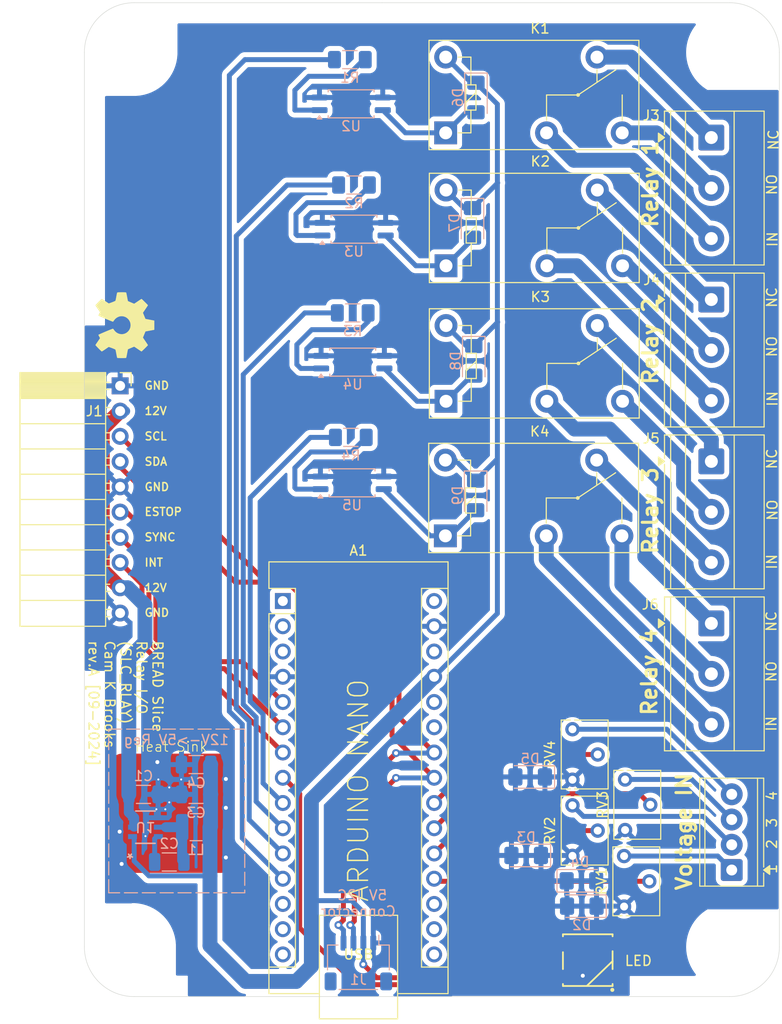
<source format=kicad_pcb>
(kicad_pcb (version 20241229) (generator "pcbnew") (generator_version "9.0")
  (layers (0 "F.Cu" signal) (2 "B.Cu" signal) (13 "F.Paste" user) (15 "B.Paste" user) (5 "F.SilkS" user "F.Silkscreen") (7 "B.SilkS" user "B.Silkscreen") (1 "F.Mask" user) (3 "B.Mask" user) (25 "Edge.Cuts" user))
  (net 0 "")
  (net 3 "GND")
  (net 5 "+5V")
  (net 6 "/LED")
  (net 7 "/I2C_CLK")
  (net 8 "/A_IN1")
  (net 9 "/I2C_DAT")
  (net 10 "/A_IN2")
  (net 11 "/SYNC")
  (net 13 "/E_STOP")
  (net 15 "/A_IN3")
  (net 16 "/SW3")
  (net 20 "+12V")
  (net 21 "/INT")
  (net 22 "/SW1")
  (net 23 "/SW2")
  (net 26 "unconnected-(A1-D12-Pad15)")
  (net 28 "/SW4")
  (net 29 "/A_IN4")
  (net 30 "Net-(U1-SW)")
  (net 31 "Net-(U1-BST)")
  (net 32 "unconnected-(A1-VIN-Pad30)")
  (net 34 "Net-(D6-A)")
  (net 35 "Net-(D7-A)")
  (net 36 "Net-(D8-A)")
  (net 37 "Net-(D9-A)")
  (net 38 "/F_1")
  (net 39 "/F_4")
  (net 40 "/F_2")
  (net 41 "/F_3")
  (net 42 "/Relay1/NC")
  (net 43 "/Relay1/NO")
  (net 44 "/Relay1/IN")
  (net 45 "/Relay2/IN")
  (net 46 "/Relay2/NC")
  (net 47 "/Relay2/NO")
  (net 48 "/Relay3/IN")
  (net 49 "/Relay3/NO")
  (net 50 "/Relay3/NC")
  (net 51 "/Relay4/NC")
  (net 52 "/Relay4/IN")
  (net 53 "/Relay4/NO")
  (net 54 "Net-(R1-Pad2)")
  (net 55 "Net-(R2-Pad2)")
  (net 56 "Net-(R3-Pad2)")
  (net 57 "Net-(R4-Pad2)")
  (footprint "MountingHole:MountingHole_5mm" (layer "F.Cu") (at 127.6 44.8)
    (property "Reference" "H1" (hide yes))
    (property "Value" "MountingHole")
  )
  (footprint "MountingHole:MountingHole_5mm" (layer "F.Cu") (at 187.6 44.8)
    (property "Reference" "H3" (hide yes))
    (property "Value" "MountingHole")
  )
  (footprint "MountingHole:MountingHole_5mm" (layer "F.Cu") (at 127.6 134.8)
    (property "Reference" "H2" (hide yes))
    (property "Value" "MountingHole")
  )
  (footprint "MountingHole:MountingHole_5mm" (layer "F.Cu") (at 187.6 134.8)
    (property "Reference" "H4" (hide yes))
    (property "Value" "MountingHole")
  )
  (footprint "KMLib_Boards_Modules:Arduino_Nano" (layer "F.Cu") (at 142.588 100)
    (property "Reference" "A1")
    (property "Value" "Arduino_Nano_v3.x")
  )
  (footprint "Connector_PinSocket_2.54mm:PinSocket_1x10_P2.54mm_Horizontal" (layer "F.Cu") (at 126.2 78.35)
    (property "Reference" "J1")
    (property "Value" "Conn_01x10_Female")
  )
  (footprint "Symbol:OSHW-Symbol_6.7x6mm_SilkScreen" (layer "F.Cu") (at 126.664 72.236 -90)
    (property "Reference" "Logo1" (hide yes))
    (property "Value" "Logo_Open_Hardware_Small" (hide yes))
  )
  (footprint "KMLib_Mounting:Thermal Pad" (layer "F.Cu") (at 131.35 121.355)
    (property "Reference" "HS1")
    (property "Value" "Heatsink_Pad")
  )
  (footprint "TerminalBlock_Phoenix:TerminalBlock_Phoenix_MKDS-1,5-3-5.08_1x03_P5.08mm_Horizontal" (layer "F.Cu") (at 185.75 85.95 -90)
    (property "Reference" "J5")
    (property "Value" "Screw_Terminal_01x03")
  )
  (footprint "TerminalBlock_Phoenix:TerminalBlock_Phoenix_MPT-0,5-4-2.54_1x04_P2.54mm_Horizontal" (layer "F.Cu") (at 187.8 127.065 90)
    (property "Reference" "J2")
    (property "Value" "Screw_Terminal_01x04")
  )
  (footprint "TerminalBlock_Phoenix:TerminalBlock_Phoenix_MKDS-1,5-3-5.08_1x03_P5.08mm_Horizontal" (layer "F.Cu") (at 185.75 102.25 -90)
    (property "Reference" "J6")
    (property "Value" "Screw_Terminal_01x03")
  )
  (footprint "Potentiometer_THT:Potentiometer_Bourns_3266W_Vertical" (layer "F.Cu") (at 177.06 117.96 90)
    (property "Reference" "RV3")
    (property "Value" "10k")
  )
  (footprint "Relay_THT:Relay_SPDT_Omron-G5Q-1" (layer "F.Cu") (at 158.99 52.892)
    (property "Reference" "K1")
    (property "Value" "G5Q-1")
  )
  (footprint "Relay_THT:Relay_SPDT_Omron-G5Q-1" (layer "F.Cu") (at 158.96 93.44)
    (property "Reference" "K4")
    (property "Value" "G5Q-1")
  )
  (footprint "TerminalBlock_Phoenix:TerminalBlock_Phoenix_MKDS-1,5-3-5.08_1x03_P5.08mm_Horizontal" (layer "F.Cu") (at 185.745 53.365 -90)
    (property "Reference" "J3")
    (property "Value" "Screw_Terminal_01x03")
  )
  (footprint "Relay_THT:Relay_SPDT_Omron-G5Q-1" (layer "F.Cu") (at 159.025 66.268)
    (property "Reference" "K2")
    (property "Value" "G5Q-1")
  )
  (footprint "KMLib_IC_SMD:WS2812-5050-4PIN" (layer "F.Cu") (at 173.3 136.132769)
    (property "Reference" "D1")
    (property "Value" "WS2812B_5050")
  )
  (footprint "Potentiometer_THT:Potentiometer_Bourns_3266W_Vertical" (layer "F.Cu") (at 171.76 120.56 90)
    (property "Reference" "RV2")
    (property "Value" "10k")
  )
  (footprint "Potentiometer_THT:Potentiometer_Bourns_3266W_Vertical" (layer "F.Cu") (at 171.76 112.9 90)
    (property "Reference" "RV4")
    (property "Value" "10k")
  )
  (footprint "Relay_THT:Relay_SPDT_Omron-G5Q-1" (layer "F.Cu") (at 159.025 79.9)
    (property "Reference" "K3")
    (property "Value" "G5Q-1")
  )
  (footprint "TerminalBlock_Phoenix:TerminalBlock_Phoenix_MKDS-1,5-3-5.08_1x03_P5.08mm_Horizontal" (layer "F.Cu") (at 185.745 69.665 -90)
    (property "Reference" "J4")
    (property "Value" "Screw_Terminal_01x03")
  )
  (footprint "Potentiometer_THT:Potentiometer_Bourns_3266W_Vertical" (layer "F.Cu") (at 176.96 125.66 90)
    (property "Reference" "RV1")
    (property "Value" "10k")
  )
  (footprint "Diode_SMD:D_1206_3216Metric_Pad1.42x1.75mm_HandSolder" (layer "B.Cu") (at 167.5 117.7 180)
    (property "Reference" "D5")
    (property "Value" "D_Zener")
  )
  (footprint "Package_SO:SOP-4_4.4x2.6mm_P1.27mm" (layer "B.Cu") (at 149.754 62.585)
    (property "Reference" "U3")
    (property "Value" "TCMT1100")
  )
  (footprint "Diode_SMD:D_1206_3216Metric_Pad1.42x1.75mm_HandSolder" (layer "B.Cu") (at 172.7 130.7 180)
    (property "Reference" "D2")
    (property "Value" "D_Zener")
  )
  (footprint "Package_SO:SOP-4_4.4x2.6mm_P1.27mm" (layer "B.Cu") (at 149.627 75.963)
    (property "Reference" "U4")
    (property "Value" "TCMT1100")
  )
  (footprint "Connector_JST:JST_SH_SM04B-SRSS-TB_1x04-1MP_P1.00mm_Horizontal" (layer "B.Cu") (at 150.198 136.4 180)
    (property "Reference" "J1")
    (property "Value" "I2C_01x04")
  )
  (footprint "Package_SO:SOP-4_4.4x2.6mm_P1.27mm" (layer "B.Cu") (at 149.465 49.971)
    (property "Reference" "U2")
    (property "Value" "TCMT1100")
  )
  (footprint "Capacitor_SMD:C_1206_3216Metric" (layer "B.Cu") (at 128.55 119.455 180)
    (property "Reference" "C1")
    (property "Value" "22uF")
  )
  (footprint "Diode_SMD:D_1206_3216Metric_Pad1.42x1.75mm_HandSolder" (layer "B.Cu") (at 161.819 75.836 -90)
    (property "Reference" "D8")
    (property "Value" "D")
  )
  (footprint "Diode_SMD:D_1206_3216Metric_Pad1.42x1.75mm_HandSolder" (layer "B.Cu") (at 162.008 89.376 -90)
    (property "Reference" "D9")
    (property "Value" "D")
  )
  (footprint "KMLib_IC_SMD:SOIC_05WU-7_DIO" (layer "B.Cu") (at 128.75 122.755)
    (property "Reference" "U1")
    (property "Value" "~")
  )
  (footprint "Diode_SMD:D_1206_3216Metric_Pad1.42x1.75mm_HandSolder" (layer "B.Cu") (at 167.1 125.6 180)
    (property "Reference" "D3")
    (property "Value" "D_Zener")
  )
  (footprint "Resistor_SMD:R_1206_3216Metric_Pad1.30x1.75mm_HandSolder" (layer "B.Cu") (at 149.754 58.14)
    (property "Reference" "R2")
    (property "Value" "180")
  )
  (footprint "Resistor_SMD:R_1206_3216Metric_Pad1.30x1.75mm_HandSolder" (layer "B.Cu") (at 149.627 71.01)
    (property "Reference" "R3")
    (property "Value" "180")
  )
  (footprint "Diode_SMD:D_1206_3216Metric_Pad1.42x1.75mm_HandSolder" (layer "B.Cu") (at 161.692 61.95 -90)
    (property "Reference" "D7")
    (property "Value" "D")
  )
  (footprint "Capacitor_SMD:C_1206_3216Metric" (layer "B.Cu") (at 131.15 126.255 180)
    (property "Reference" "C2")
    (property "Value" "100nF")
  )
  (footprint "Diode_SMD:D_1206_3216Metric_Pad1.42x1.75mm_HandSolder" (layer "B.Cu") (at 162.038 49.336 -90)
    (property "Reference" "D6")
    (property "Value" "D")
  )
  (footprint "Capacitor_SMD:C_1206_3216Metric" (layer "B.Cu") (at 133.85 119.455)
    (property "Reference" "C3")
    (property "Value" "22uF")
  )
  (footprint "Resistor_SMD:R_1206_3216Metric_Pad1.30x1.75mm_HandSolder" (layer "B.Cu") (at 149.435 83.534)
    (property "Reference" "R4")
    (property "Value" "180")
  )
  (footprint "Capacitor_SMD:C_1206_3216Metric" (layer "B.Cu") (at 133.85 116.455)
    (property "Reference" "C4")
    (property "Value" "22uF")
  )
  (footprint "Package_SO:SOP-4_4.4x2.6mm_P1.27mm" (layer "B.Cu") (at 149.562 88.106)
    (property "Reference" "U5")
    (property "Value" "TCMT1100")
  )
  (footprint "Diode_SMD:D_1206_3216Metric_Pad1.42x1.75mm_HandSolder" (layer "B.Cu") (at 172.6625 128.15)
    (property "Reference" "D4")
    (property "Value" "D_Zener")
  )
  (footprint "Inductor_SMD:L_1210_3225Metric" (layer "B.Cu") (at 133.85 122.755)
    (property "Reference" "L1")
    (property "Value" "4.7uH")
  )
  (footprint "Resistor_SMD:R_1206_3216Metric_Pad1.30x1.75mm_HandSolder" (layer "B.Cu") (at 149.338 45.526)
    (property "Reference" "R1")
    (property "Value" "180")
  )
  (gr_rect (start 125.05 112.887) (end 138.75 129.355) (stroke (width 0.12) (type dash)) (fill no) (layer "B.SilkS"))
  (gr_line (start 192.6 44.8) (end 192.6 94.8) (stroke (width 0.05)) (layer "Edge.Cuts"))
  (gr_arc (start 187.6 39.8) (mid 191.135534 41.264466) (end 192.6 44.8) (stroke (width 0.05)) (layer "Edge.Cuts"))
  (gr_arc (start 192.6 134.8) (mid 191.135534 138.335534) (end 187.6 139.8) (stroke (width 0.05)) (layer "Edge.Cuts"))
  (gr_line (start 152.6 39.8) (end 187.6 39.8) (stroke (width 0.05)) (layer "Edge.Cuts"))
  (gr_arc (start 122.6 44.8) (mid 124.064466 41.264466) (end 127.6 39.8) (stroke (width 0.05)) (layer "Edge.Cuts"))
  (gr_line (start 192.6 94.8) (end 192.6 134.8) (stroke (width 0.05)) (layer "Edge.Cuts"))
  (gr_line (start 122.6 134.8) (end 122.6 44.8) (stroke (width 0.05)) (layer "Edge.Cuts"))
  (gr_line (start 127.6 39.8) (end 152.6 39.8) (stroke (width 0.05)) (layer "Edge.Cuts"))
  (gr_arc (start 127.6 139.8) (mid 124.064466 138.335534) (end 122.6 134.8) (stroke (width 0.05)) (layer "Edge.Cuts"))
  (gr_line (start 160.188 139.8) (end 187.6 139.8) (stroke (width 0.05)) (layer "Edge.Cuts"))
  (gr_line (start 127.6 139.8) (end 160.188 139.8) (stroke (width 0.05)) (layer "Edge.Cuts"))
  (gr_text "Relay 3" (at 179.6 90.9 90) (layer "F.SilkS") (effects (font (size 1.5 1.5) (thickness 0.3))))
  (gr_text "GND" (at 129.89619 88.522 0) (layer "F.SilkS") (effects (font (size 0.8 0.8))))
  (gr_text "NC" (at 191.85 69.45 90) (layer "F.SilkS") (effects (font (size 1 1))))
  (gr_text "1" (at 191.85 126.95 90) (layer "F.SilkS") (effects (font (size 1 1))))
  (gr_text "3" (at 191.85 122.3 90) (layer "F.SilkS") (effects (font (size 1 1))))
  (gr_text "IN" (at 191.8 112.35 90) (layer "F.SilkS") (effects (font (size 1 1))))
  (gr_text "LED" (at 178.4 136.2 0) (layer "F.SilkS") (effects (font (size 1 1))))
  (gr_text "Relay 2" (at 179.6 73.85 90) (layer "F.SilkS") (effects (font (size 1.5 1.5) (thickness 0.3))))
  (gr_text "NO" (at 191.9 90.85 90) (layer "F.SilkS") (effects (font (size 1 1))))
  (gr_text "12V" (at 129.781905 98.672 0) (layer "F.SilkS") (effects (font (size 0.8 0.8))))
  (gr_text "4" (at 191.85 119.6 90) (layer "F.SilkS") (effects (font (size 1 1))))
  (gr_text "SYNC" (at 130.22 93.572 0) (layer "F.SilkS") (effects (font (size 0.8 0.8))))
  (gr_text "GND" (at 129.89619 101.172 0) (layer "F.SilkS") (effects (font (size 0.8 0.8))))
  (gr_text "BREAD Slice\nRelay I/O\n(SLC_RLAY)\nCam K Brooks\nrev.A [09-2024]\n" (at 126.75 103.9 270) (layer "F.SilkS") (effects (font (size 1 1)) (justify left)))
  (gr_text "GND" (at 129.89619 78.322 0) (layer "F.SilkS") (effects (font (size 0.8 0.8))))
  (gr_text "NO" (at 191.85 58.1 90) (layer "F.SilkS") (effects (font (size 1 1))))
  (gr_text "IN" (at 191.9 79.65 90) (layer "F.SilkS") (effects (font (size 1 1))))
  (gr_text "Relay 4" (at 179.5 107.15 90) (layer "F.SilkS") (effects (font (size 1.5 1.5) (thickness 0.3))))
  (gr_text "Voltage IN" (at 183 123.2 90) (layer "F.SilkS") (effects (font (size 1.5 1.5) (thickness 0.3))))
  (gr_text "ESTOP" (at 130.543809 91.022 0) (layer "F.SilkS") (effects (font (size 0.8 0.8))))
  (gr_text "NC" (at 191.85 85.7 90) (layer "F.SilkS") (effects (font (size 1 1))))
  (gr_text "NC" (at 191.8 102.05 90) (layer "F.SilkS") (effects (font (size 1 1))))
  (gr_text "INT" (at 129.591428 96.122 0) (layer "F.SilkS") (effects (font (size 0.8 0.8))))
  (gr_text "SDA" (at 129.800952 85.972 0) (layer "F.SilkS") (effects (font (size 0.8 0.8))))
  (gr_text "IN" (at 191.9 63.6 90) (layer "F.SilkS") (effects (font (size 1 1))))
  (gr_text "SCL" (at 129.781905 83.422 0) (layer "F.SilkS") (effects (font (size 0.8 0.8))))
  (gr_text "ARDUINO NANO" (at 150.198 119.05 90) (layer "F.SilkS") (effects (font (size 2 2))))
  (gr_text "Relay 1" (at 179.6 58.05 90) (layer "F.SilkS") (effects (font (size 1.5 1.5) (thickness 0.3))))
  (gr_text "2" (at 191.85 124.45 90) (layer "F.SilkS") (effects (font (size 1 1))))
  (gr_text "12V" (at 129.781905 80.872 0) (layer "F.SilkS") (effects (font (size 0.8 0.8))))
  (gr_text "IN" (at 191.85 96.05 90) (layer "F.SilkS") (effects (font (size 1 1))))
  (gr_text "NO" (at 191.8 107.1 90) (layer "F.SilkS") (effects (font (size 1 1))))
  (gr_text "NC" (at 192 53.6 90) (layer "F.SilkS") (effects (font (size 1 1))))
  (gr_text "NO" (at 191.85 74.4 90) (layer "F.SilkS") (effects (font (size 1 1))))
  (gr_text "12V->5V Reg" (at 131.85 114.555 0) (layer "B.SilkS") (effects (font (size 1 1)) (justify bottom mirror)))
  (gr_text "5V I2C \nConnector" (at 150.198 131.8 0) (layer "B.SilkS") (effects (font (size 1 1)) (justify bottom mirror)))
  (segment (start 172.8 137.7) (end 172.832769 137.732769) (width 0.5) (layer "F.Cu") (net 3))
  (segment (start 172.832769 137.732769) (end 175.877 137.732769) (width 0.5) (layer "F.Cu") (net 3))
  (via (at 136.85 117.905) (size 0.8) (drill 0.4) (layers "F.Cu" "B.Cu") (net 3))
  (via (at 126.35 126.455) (size 0.8) (drill 0.4) (layers "F.Cu" "B.Cu") (net 3))
  (via (at 129.85 120.955) (size 0.5) (drill 0.2) (layers "F.Cu" "B.Cu") (net 3))
  (via (at 129.95 116.205) (size 0.8) (drill 0.4) (layers "F.Cu" "B.Cu") (net 3))
  (via (at 131.15 120.255) (size 0.5) (drill 0.2) (layers "F.Cu" "B.Cu") (net 3))
  (via (at 131.15 118.755) (size 0.5) (drill 0.2) (layers "F.Cu" "B.Cu") (net 3))
  (via (at 130.05 117.955) (size 0.5) (drill 0.2) (layers "F.Cu" "B.Cu") (net 3))
  (via (at 172.8 137.7) (size 0.8) (drill 0.4) (layers "F.Cu" "B.Cu") (net 3))
  (via (at 132.35 117.955) (size 0.5) (drill 0.2) (layers "F.Cu" "B.Cu") (net 3))
  (via (at 126.15 123.205) (size 0.8) (drill 0.4) (layers "F.Cu" "B.Cu") (net 3))
  (via (at 136.85 125.805) (size 0.8) (drill 0.4) (layers "F.Cu" "B.Cu") (net 3))
  (via (at 136.85 120.805) (size 0.8) (drill 0.4) (layers "F.Cu" "B.Cu") (net 3))
  (via (at 130.75 120.955) (size 0.5) (drill 0.2) (layers "F.Cu" "B.Cu") (net 3))
  (via (at 128.75 123.655) (size 0.5) (drill 0.2) (layers "F.Cu" "B.Cu") (net 3))
  (segment (start 129.8875 121.805) (end 128.8 121.805) (width 0.5) (layer "B.Cu") (net 3))
  (segment (start 131.55 117.955) (end 133.25 117.955) (width 0.5) (layer "B.Cu") (net 3))
  (segment (start 128.8 121.805) (end 128.75 121.855) (width 0.5) (layer "B.Cu") (net 3))
  (segment (start 132.35 117.955) (end 131.55 117.955) (width 0.5) (layer "B.Cu") (net 3))
  (segment (start 128.95 120.955) (end 128.75 121.155) (width 0.5) (layer "B.Cu") (net 3))
  (segment (start 176.92 130.7) (end 176.96 130.74) (width 0.5) (layer "B.Cu") (net 3))
  (segment (start 131 121.805) (end 131.15 121.655) (width 0.5) (layer "B.Cu") (net 3))
  (segment (start 129.85 121.7675) (end 129.8875 121.805) (width 0.5) (layer "B.Cu") (net 3))
  (segment (start 129.85 120.955) (end 128.95 120.955) (width 0.5) (layer "B.Cu") (net 3))
  (segment (start 174.1875 130.7) (end 176.92 130.7) (width 0.5) (layer "B.Cu") (net 3))
  (segment (start 131.15 120.555) (end 130.75 120.955) (width 0.5) (layer "B.Cu") (net 3))
  (segment (start 128.75 121.855) (end 128.75 123.655) (width 0.5) (layer "B.Cu") (net 3))
  (segment (start 171.72 125.6) (end 171.76 125.64) (width 0.5) (layer "B.Cu") (net 3))
  (segment (start 131.15 119.455) (end 131.15 120.255) (width 0.5) (layer "B.Cu") (net 3))
  (segment (start 131.15 119.455) (end 131.15 118.755) (width 0.5) (layer "B.Cu") (net 3))
  (segment (start 130.025 119.455) (end 132.375 119.455) (width 1.5) (layer "B.Cu") (net 3))
  (segment (start 174.15 128.15) (end 174.15 125.95) (width 0.5) (layer "B.Cu") (net 3))
  (segment (start 168.9875 117.7) (end 171.48 117.7) (width 0.5) (layer "B.Cu") (net 3))
  (segment (start 174.15 125.95) (end 177.06 123.04) (width 0.5) (layer "B.Cu") (net 3))
  (segment (start 177.1325 123.1125) (end 177.06 123.04) (width 0.5) (layer "B.Cu") (net 3))
  (segment (start 130.75 120.955) (end 129.85 120.955) (width 0.5) (layer "B.Cu") (net 3))
  (segment (start 168.5875 125.6) (end 171.72 125.6) (width 0.5) (layer "B.Cu") (net 3))
  (segment (start 128.75 121.155) (end 128.75 121.855) (width 0.5) (layer "B.Cu") (net 3))
  (segment (start 131.15 121.655) (end 131.15 120.255) (width 0.5) (layer "B.Cu") (net 3))
  (segment (start 131.15 120.255) (end 131.15 120.555) (width 0.5) (layer "B.Cu") (net 3))
  (segment (start 171.48 117.7) (end 171.76 117.98) (width 0.5) (layer "B.Cu") (net 3))
  (segment (start 129.8875 121.805) (end 131 121.805) (width 0.5) (layer "B.Cu") (net 3))
  (segment (start 129.85 120.955) (end 129.85 121.7675) (width 0.5) (layer "B.Cu") (net 3))
  (segment (start 152.0375 137.9) (end 150.688 136.5505) (width 0.5) (layer "F.Cu") (net 5))
  (segment (start 170.277281 134.532769) (end 166.91005 137.9) (width 0.5) (layer "F.Cu") (net 5))
  (segment (start 166.91005 137.9) (end 152.0375 137.9) (width 0.5) (layer "F.Cu") (net 5))
  (segment (start 170.723 134.532769) (end 170.277281 134.532769) (width 0.5) (layer "F.Cu") (net 5))
  (segment (start 157.808 107.62) (end 157.828 107.62) (width 1.5) (layer "F.Cu") (net 5))
  (via (at 150.688 136.5505) (size 0.8) (drill 0.4) (layers "F.Cu" "B.Cu") (net 5))
  (segment (start 138.856 138.276) (end 143.936 138.276) (width 1.5) (layer "B.Cu") (net 5))
  (segment (start 161.5665 47.8485) (end 158.99 45.272) (width 0.5) (layer "B.Cu") (net 5))
  (segment (start 145.46 130.148) (end 145.46 119.988) (width 1.5) (layer "B.Cu") (net 5))
  (segment (start 157.828 107.62) (end 164.197 101.251) (width 0.5) (layer "B.Cu") (net 5))
  (segment (start 157.828 107.62) (end 150.698 114.75) (width 1.5) (layer "B.Cu") (net 5))
  (segment (start 143.936 138.276) (end 145.46 136.752) (width 1.5) (layer "B.Cu") (net 5))
  (segment (start 161.0935 74.3485) (end 159.025 72.28) (width 0.5) (layer "B.Cu") (net 5))
  (segment (start 135.25 127.655) (end 129.103122 127.655) (width 0.5) (layer "B.Cu") (net 5))
  (segment (start 164.232 57.9225) (end 161.692 60.4625) (width 0.5) (layer "B.Cu") (net 5))
  (segment (start 135.325 116.455) (end 135.3 116.48) (width 1.5) (layer "B.Cu") (net 5))
  (segment (start 158.96 85.82) (end 159.9395 85.82) (width 0.5) (layer "B.Cu") (net 5))
  (segment (start 159.9395 85.82) (end 162.008 87.8885) (width 0.5) (layer "B.Cu") (net 5))
  (segment (start 149.524 130.148) (end 145.46 130.148) (width 0.5) (layer "B.Cu") (net 5))
  (segment (start 127.6125 126.164378) (end 127.6125 123.705) (width 0.5) (layer "B.Cu") (net 5))
  (segment (start 135.3 119.48) (end 135.3 122.705) (width 1.5) (layer "B.Cu") (net 5))
  (segment (start 164.197 101.251) (end 164.197 50.0075) (width 0.5) (layer "B.Cu") (net 5))
  (segment (start 145.46 136.752) (end 145.46 130.148) (width 1.5) (layer "B.Cu") (net 5))
  (segment (start 161.692 60.4625) (end 160.8395 60.4625) (width 0.5) (layer "B.Cu") (net 5))
  (segment (start 150.698 134.4) (end 150.698 131.322) (width 0.5) (layer "B.Cu") (net 5))
  (segment (start 135.25 127.655) (end 135.25 134.67) (width 1.5) (layer "B.Cu") (net 5))
  (segment (start 164.167 85.7295) (end 162.008 87.8885) (width 0.5) (layer "B.Cu") (net 5))
  (segment (start 150.698 136.5405) (end 150.698 134.4) (width 0.5) (layer "B.Cu") (net 5))
  (segment (start 164.232 71.9355) (end 161.819 74.3485) (width 0.5) (layer "B.Cu") (net 5))
  (segment (start 135.3 116.48) (end 135.3 119.43) (width 1.5) (layer "B.Cu") (net 5))
  (segment (start 135.25 127.655) (end 135.25 122.755) (width 1.5) (layer "B.Cu") (net 5))
  (segment (start 145.46 119.988) (end 150.698 114.75) (width 1.5) (layer "B.Cu") (net 5))
  (segment (start 160.8395 60.4625) (end 159.025 58.648) (width 0.5) (layer "B.Cu") (net 5))
  (segment (start 164.197 50.0075) (end 162.038 47.8485) (width 0.5) (layer "B.Cu") (net 5))
  (segment (start 150.688 136.5505) (end 150.698 136.5405) (width 0.5) (layer "B.Cu") (net 5))
  (segment (start 129.103122 127.655) (end 127.6125 126.164378) (width 0.5) (layer "B.Cu") (net 5))
  (segment (start 135.325 122.68) (end 135.25 122.755) (width 1) (layer "B.Cu") (net 5))
  (segment (start 158.008 107.8) (end 157.828 107.62) (width 0.5) (layer "B.Cu") (net 5))
  (segment (start 135.325 119.455) (end 135.3 119.48) (width 1.5) (layer "B.Cu") (net 5))
  (segment (start 135.3 122.705) (end 135.25 122.755) (width 1.5) (layer "B.Cu") (net 5))
  (segment (start 135.3 119.43) (end 135.325 119.455) (width 1.5) (layer "B.Cu") (net 5))
  (segment (start 162.038 47.8485) (end 161.5665 47.8485) (width 0.5) (layer "B.Cu") (net 5))
  (segment (start 150.698 131.322) (end 149.524 130.148) (width 0.5) (layer "B.Cu") (net 5))
  (segment (start 135.25 134.67) (end 138.856 138.276) (width 1.5) (layer "B.Cu") (net 5))
  (segment (start 149.988 138.6) (end 167.2 138.6) (width 0.5) (layer "F.Cu") (net 6))
  (segment (start 142.588 117.78) (end 142.668 117.78) (width 0.5) (layer "F.Cu") (net 6))
  (segment (start 167.2 138.6) (end 169.6 136.2) (width 0.5) (layer "F.Cu") (net 6))
  (segment (start 174.209769 136.2) (end 175.877 134.532769) (width 0.5) (layer "F.Cu") (net 6))
  (segment (start 144.288 119.4) (end 144.288 132.9) (width 0.5) (layer "F.Cu") (net 6))
  (segment (start 169.6 136.2) (end 174.209769 136.2) (width 0.5) (layer "F.Cu") (net 6))
  (segment (start 144.288 132.9) (end 149.988 138.6) (width 0.5) (layer "F.Cu") (net 6))
  (segment (start 142.668 117.78) (end 144.288 119.4) (width 0.5) (layer "F.Cu") (net 6))
  (segment (start 154.288 108.34805) (end 143.33995 97.4) (width 0.5) (layer "F.Cu") (net 7))
  (segment (start 154.288 111.7) (end 154.288 108.34805) (width 0.5) (layer "F.Cu") (net 7))
  (segment (start 126.23 83.43) (end 126.2 83.43) (width 0.5) (layer "F.Cu") (net 7))
  (segment (start 143.33995 97.4) (end 140.2 97.4) (width 0.5) (layer "F.Cu") (net 7))
  (segment (start 140.2 97.4) (end 126.23 83.43) (width 0.5) (layer "F.Cu") (net 7))
  (segment (start 148.188 132.6) (end 148.688 132.1) (width 0.5) (layer "F.Cu") (net 7))
  (segment (start 157.828 115.24) (end 154.288 111.7) (width 0.5) (layer "F.Cu") (net 7))
  (segment (start 148.688 132.1) (end 148.688 120.6) (width 0.5) (layer "F.Cu") (net 7))
  (segment (start 148.688 120.6) (end 153.988 115.3) (width 0.5) (layer "F.Cu") (net 7))
  (via (at 148.188 132.6) (size 0.8) (drill 0.4) (layers "F.Cu" "B.Cu") (net 7))
  (via (at 153.988 115.3) (size 0.8) (drill 0.4) (layers "F.Cu" "B.Cu") (net 7))
  (segment (start 157.768 115.3) (end 157.828 115.24) (width 0.5) (layer "B.Cu") (net 7))
  (segment (start 148.188 132.6) (end 148.698 133.11) (width 0.5) (layer "B.Cu") (net 7))
  (segment (start 148.698 133.11) (end 148.698 134.4) (width 0.5) (layer "B.Cu") (net 7))
  (segment (start 153.988 115.3) (end 157.768 115.3) (width 0.5) (layer "B.Cu") (net 7))
  (segment (start 179.5 128.2) (end 158.088 128.2) (width 0.5) (layer "F.Cu") (net 8))
  (segment (start 158.088 128.2) (end 157.828 127.94) (width 0.5) (layer "F.Cu") (net 8))
  (segment (start 153.588 113.54) (end 157.828 117.78) (width 0.5) (layer "F.Cu") (net 9))
  (segment (start 153.588 108.638) (end 153.588 113.54) (width 0.5) (layer "F.Cu") (net 9))
  (segment (start 143.05 98.1) (end 153.588 108.638) (width 0.5) (layer "F.Cu") (net 9))
  (segment (start 149.381039 132.604917) (end 149.788 132.197956) (width 0.5) (layer "F.Cu") (net 9))
  (segment (start 126.2 85.97) (end 126.2 86.504) (width 0.5) (layer "F.Cu") (net 9))
  (segment (start 137.796 98.1) (end 143.05 98.1) (width 0.5) (layer "F.Cu") (net 9))
  (segment (start 149.788 132.197956) (end 149.788 122) (width 0.5) (layer "F.Cu") (net 9))
  (segment (start 126.2 86.504) (end 137.796 98.1) (width 0.5) (layer "F.Cu") (net 9))
  (segment (start 149.788 122) (end 153.988 117.8) (width 0.5) (layer "F.Cu") (net 9))
  (via (at 153.988 117.8) (size 0.8) (drill 0.4) (layers "F.Cu" "B.Cu") (net 9))
  (via (at 149.381039 132.604917) (size 0.8) (drill 0.4) (layers "F.Cu" "B.Cu") (net 9))
  (segment (start 157.808 117.8) (end 157.828 117.78) (width 0.5) (layer "B.Cu") (net 9))
  (segment (start 149.381039 132.604917) (end 149.698 132.921878) (width 0.5) (layer "B.Cu") (net 9))
  (segment (start 153.988 117.8) (end 157.808 117.8) (width 0.5) (layer "B.Cu") (net 9))
  (segment (start 149.698 132.921878) (end 149.698 134.4) (width 0.5) (layer "B.Cu") (net 9))
  (segment (start 174.3 123.1) (end 160.128 123.1) (width 0.5) (layer "F.Cu") (net 10))
  (segment (start 160.128 123.1) (end 157.828 125.4) (width 0.5) (layer "F.Cu") (net 10))
  (segment (start 134.848 107.5) (end 142.588 115.24) (width 0.5) (layer "F.Cu") (net 11))
  (segment (start 131.5001 107.5) (end 134.848 107.5) (width 0.5) (layer "F.Cu") (net 11))
  (segment (start 128.4 104.3999) (end 131.5001 107.5) (width 0.5) (layer "F.Cu") (net 11))
  (segment (start 126.2 96.13) (end 128.4 98.33) (width 0.5) (layer "F.Cu") (net 11))
  (segment (start 128.4 98.33) (end 128.4 104.3999) (width 0.5) (layer "F.Cu") (net 11))
  (segment (start 126.2 91.05) (end 126.85 91.05) (width 0.5) (layer "F.Cu") (net 13))
  (segment (start 132.08 106.1) (end 138.528 106.1) (width 0.5) (layer "F.Cu") (net 13))
  (segment (start 138.528 106.1) (end 142.588 110.16) (width 0.5) (layer "F.Cu") (net 13))
  (segment (start 129.8 94) (end 129.8 103.82) (width 0.5) (layer "F.Cu") (net 13))
  (segment (start 126.85 91.05) (end 129.8 94) (width 0.5) (layer "F.Cu") (net 13))
  (segment (start 129.8 103.82) (end 132.08 106.1) (width 0.5) (layer "F.Cu") (net 13))
  (segment (start 161.298 119.39) (end 157.828 122.86) (width 0.5) (layer "F.Cu") (net 15))
  (segment (start 179.6 120.5) (end 178.49 119.39) (width 0.5) (layer "F.Cu") (net 15))
  (segment (start 178.49 119.39) (end 161.298 119.39) (width 0.5) (layer "F.Cu") (net 15))
  (segment (start 144.801 71.01) (end 148.077 71.01) (width 0.5) (layer "B.Cu") (net 16))
  (segment (start 142.588 122.86) (end 139.9 120.172) (width 0.5) (layer "B.Cu") (net 16))
  (segment (start 138.6 77.211) (end 144.801 71.01) (width 0.5) (layer "B.Cu") (net 16))
  (segment (start 139.9 120.172) (end 139.9 111.7) (width 0.5) (layer "B.Cu") (net 16))
  (segment (start 139.9 111.7) (end 138.6 110.4) (width 0.5) (layer "B.Cu") (net 16))
  (segment (start 138.6 110.4) (end 138.6 77.211) (width 0.5) (layer "B.Cu") (net 16))
  (segment (start 126.194415 80.89) (end 124.4 82.684415) (width 1.5) (layer "F.Cu") (net 20))
  (segment (start 126.2 80.89) (end 126.194415 80.89) (width 1.5) (layer "F.Cu") (net 20))
  (segment (start 124.4 82.684415) (end 124.4 96.875585) (width 1.5) (layer "F.Cu") (net 20))
  (segment (start 126.2 80.89) (end 126.21 80.9) (width 1) (layer "F.Cu") (net 20))
  (segment (start 124.4 96.875585) (end 126.194415 98.67) (width 1.5) (layer "F.Cu") (net 20))
  (segment (start 126.194415 98.67) (end 126.2 98.67) (width 1.5) (layer "F.Cu") (net 20))
  (segment (start 126.71 80.89) (end 126.2 80.89) (width 1) (layer "B.Cu") (net 20))
  (segment (start 127.6125 121.805) (end 127.6125 122.705) (width 1) (layer "B.Cu") (net 20))
  (segment (start 127.075 121.2675) (end 127.6125 121.805) (width 1) (layer "B.Cu") (net 20))
  (segment (start 127.075 119.455) (end 127.075 121.2675) (width 1) (layer "B.Cu") (net 20))
  (segment (start 126.97 98.67) (end 128.7 100.4) (width 1.5) (layer "B.Cu") (net 20))
  (segment (start 127.075 105.775) (end 127.075 119.455) (width 1.5) (layer "B.Cu") (net 20))
  (segment (start 128.7 104.15) (end 127.075 105.775) (width 1.5) (layer "B.Cu") (net 20))
  (segment (start 126.2 98.67) (end 126.97 98.67) (width 1.5) (layer "B.Cu") (net 20))
  (segment (start 128.7 100.4) (end 128.7 104.15) (width 1.5) (layer "B.Cu") (net 20))
  (segment (start 129.1 96.49) (end 129.1 104.10995) (width 0.5) (layer "F.Cu") (net 21))
  (segment (start 131.79005 106.8) (end 136.688 106.8) (width 0.5) (layer "F.Cu") (net 21))
  (segment (start 126.2 93.59) (end 129.1 96.49) (width 0.5) (layer "F.Cu") (net 21))
  (segment (start 136.688 106.8) (end 142.588 112.7) (width 0.5) (layer "F.Cu") (net 21))
  (segment (start 129.1 104.10995) (end 131.79005 106.8) (width 0.5) (layer "F.Cu") (net 21))
  (segment (start 137.2 111.1) (end 137.2 47.1) (width 0.5) (layer "B.Cu") (net 22))
  (segment (start 142.588 127.94) (end 138.5 123.852) (width 0.5) (layer "B.Cu") (net 22))
  (segment (start 137.2 47.1) (end 138.774 45.526) (width 0.5) (layer "B.Cu") (net 22))
  (segment (start 138.5 123.852) (end 138.5 112.4) (width 0.5) (layer "B.Cu") (net 22))
  (segment (start 138.774 45.526) (end 147.788 45.526) (width 0.5) (layer "B.Cu") (net 22))
  (segment (start 138.5 112.4) (end 137.2 111.1) (width 0.5) (layer "B.Cu") (net 22))
  (segment (start 142.588 125.4) (end 139.2 122.012) (width 0.5) (layer "B.Cu") (net 23))
  (segment (start 139.2 112.1) (end 137.9 110.8) (width 0.5) (layer "B.Cu") (net 23))
  (segment (start 139.2 122.012) (end 139.2 112.1) (width 0.5) (layer "B.Cu") (net 23))
  (segment (start 143.023 58.14) (end 148.204 58.14) (width 0.5) (layer "B.Cu") (net 23))
  (segment (start 137.9 110.8) (end 137.9 63.263) (width 0.5) (layer "B.Cu") (net 23))
  (segment (start 137.9 63.263) (end 143.023 58.14) (width 0.5) (layer "B.Cu") (net 23))
  (segment (start 142.588 135.3799) (end 142.588 135.56) (width 0.5) (layer "B.Cu") (net 26))
  (segment (start 140.6 118.332) (end 140.6 111.4) (width 0.5) (layer "B.Cu") (net 28))
  (segment (start 145.371 83.534) (end 147.885 83.534) (width 0.5) (layer "B.Cu") (net 28))
  (segment (start 142.588 120.32) (end 140.6 118.332) (width 0.5) (layer "B.Cu") (net 28))
  (segment (start 139.3 89.605) (end 145.371 83.534) (width 0.5) (layer "B.Cu") (net 28))
  (segment (start 139.3 110.1) (end 139.3 89.605) (width 0.5) (layer "B.Cu") (net 28))
  (segment (start 140.6 111.4) (end 139.3 110.1) (width 0.5) (layer "B.Cu") (net 28))
  (segment (start 162.708 115.44) (end 157.828 120.32) (width 0.5) (layer "F.Cu") (net 29))
  (segment (start 174.3 115.44) (end 162.708 115.44) (width 0.5) (layer "F.Cu") (net 29))
  (segment (start 132.45 126.08) (end 132.625 126.255) (width 1) (layer "B.Cu") (net 30))
  (segment (start 132.45 122.755) (end 130.806238 122.755) (width 1) (layer "B.Cu") (net 30))
  (segment (start 132.45 122.755) (end 132.45 126.08) (width 1) (layer "B.Cu") (net 30))
  (segment (start 129.675 123.9175) (end 129.8875 123.705) (width 0.5) (layer "B.Cu") (net 31))
  (segment (start 129.675 126.255) (end 129.675 123.9175) (width 0.5) (layer "B.Cu") (net 31))
  (segment (start 157.845 100.017) (end 157.828 100) (width 1.5) (layer "B.Cu") (net 32))
  (segment (start 161.0585 50.8235) (end 158.99 52.892) (width 0.5) (layer "B.Cu") (net 34))
  (segment (start 162.038 50.8235) (end 161.0585 50.8235) (width 0.5) (layer "B.Cu") (net 34))
  (segment (start 154.9385 52.892) (end 152.6525 50.606) (width 0.5) (layer "B.Cu") (net 34))
  (segment (start 158.99 52.892) (end 154.9385 52.892) (width 0.5) (layer "B.Cu") (net 34))
  (segment (start 161.692 63.601) (end 159.025 66.268) (width 0.5) (layer "B.Cu") (net 35))
  (segment (start 155.9895 66.268) (end 152.9415 63.22) (width 0.5) (layer "B.Cu") (net 35))
  (segment (start 159.025 66.268) (end 155.9895 66.268) (width 0.5) (layer "B.Cu") (net 35))
  (segment (start 161.692 63.4375) (end 161.692 63.601) (width 0.5) (layer "B.Cu") (net 35))
  (segment (start 159.025 79.9) (end 156.1165 79.9) (width 0.5) (layer "B.Cu") (net 36))
  (segment (start 156.1165 79.9) (end 152.8145 76.598) (width 0.5) (layer "B.Cu") (net 36))
  (segment (start 161.6015 77.3235) (end 159.025 79.9) (width 0.5) (layer "B.Cu") (net 36))
  (segment (start 157.44 93.44) (end 152.7495 88.7495) (width 0.5) (layer "B.Cu") (net 37))
  (segment (start 158.96 93.44) (end 157.44 93.44) (width 0.5) (layer "B.Cu") (net 37))
  (segment (start 158.96 93.44) (end 159.4315 93.44) (width 0.5) (layer "B.Cu") (net 37))
  (segment (start 152.7495 88.7495) (end 152.7495 88.741) (width 0.5) (layer "B.Cu") (net 37))
  (segment (start 159.4315 93.44) (end 162.008 90.8635) (width 0.5) (layer "B.Cu") (net 37))
  (segment (start 188.1 127.115) (end 187.965 127.25) (width 0.5) (layer "B.Cu") (net 38))
  (segment (start 187.8 127.065) (end 186.395 125.66) (width 0.5) (layer "B.Cu") (net 38))
  (segment (start 186.395 125.66) (end 176.96 125.66) (width 0.5) (layer "B.Cu") (net 38))
  (segment (start 181.255 112.9) (end 171.76 112.9) (width 0.5) (layer "B.Cu") (net 39))
  (segment (start 187.8 119.445) (end 181.255 112.9) (width 0.5) (layer "B.Cu") (net 39))
  (segment (start 184.945 121.67) (end 172.87 121.67) (width 0.5) (layer "B.Cu") (net 40))
  (segment (start 187.8 124.525) (end 184.945 121.67) (width 0.5) (layer "B.Cu") (net 40))
  (segment (start 172.87 121.67) (end 171.76 120.56) (width 0.5) (layer "B.Cu") (net 40))
  (segment (start 183.765 117.95) (end 177.07 117.95) (width 0.5) (layer "B.Cu") (net 41))
  (segment (start 187.8 121.985) (end 183.765 117.95) (width 0.5) (layer "B.Cu") (net 41))
  (segment (start 177.07 117.95) (end 177.06 117.96) (width 0.5) (layer "B.Cu") (net 41))
  (segment (start 174.23 45.272) (end 177.652 45.272) (width 1.5) (layer "B.Cu") (net 42))
  (segment (start 177.652 45.272) (end 185.745 53.365) (width 1.5) (layer "B.Cu") (net 42))
  (segment (start 180.192 52.892) (end 185.745 58.445) (width 1.5) (layer "B.Cu") (net 43))
  (segment (start 176.77 52.892) (end 180.192 52.892) (width 1.5) (layer "B.Cu") (net 43))
  (segment (start 177.868 55.648) (end 185.745 63.525) (width 1.5) (layer "B.Cu") (net 44))
  (segment (start 169.15 52.892) (end 171.906 55.648) (width 1.5) (layer "B.Cu") (net 44))
  (segment (start 171.906 55.648) (end 177.868 55.648) (width 1.5) (layer "B.Cu") (net 44))
  (segment (start 172.188 66.268) (end 185.745 79.825) (width 1.5) (layer "B.Cu") (net 45))
  (segment (start 169.185 66.268) (end 172.188 66.268) (width 1.5) (layer "B.Cu") (net 45))
  (segment (start 185.282 69.665) (end 185.745 69.665) (width 1.5) (layer "B.Cu") (net 46))
  (segment (start 174.265 58.648) (end 185.282 69.665) (width 1.5) (layer "B.Cu") (net 46))
  (segment (start 177.268 66.268) (end 185.745 74.745) (width 1.5) (layer "B.Cu") (net 47))
  (segment (start 176.805 66.268) (end 177.268 66.268) (width 1.5) (layer "B.Cu") (net 47))
  (segment (start 171.979 82.694) (end 175.494 82.694) (width 1.5) (layer "B.Cu") (net 48))
  (segment (start 181 88.2) (end 181 91.36) (width 1.5) (layer "B.Cu") (net 48))
  (segment (start 169.185 79.9) (end 171.979 82.694) (width 1.5) (layer "B.Cu") (net 48))
  (segment (start 175.494 82.694) (end 181 88.2) (width 1.5) (layer "B.Cu") (net 48))
  (segment (start 181 91.36) (end 185.75 96.11) (width 1.5) (layer "B.Cu") (net 48))
  (segment (start 182.95 86.045) (end 182.95 88.23) (width 1.5) (layer "B.Cu") (net 49))
  (segment (start 182.95 88.23) (end 185.75 91.03) (width 1.5) (layer "B.Cu") (net 49))
  (segment (start 176.805 79.9) (end 182.95 86.045) (width 1.5) (layer "B.Cu") (net 49))
  (segment (start 185.75 83.765) (end 185.75 85.95) (width 1.5) (layer "B.Cu") (net 50))
  (segment (start 174.265 72.28) (end 185.75 83.765) (width 1.5) (layer "B.Cu") (net 50))
  (segment (start 174.2 85.82) (end 179.05 90.67) (width 1.5) (layer "B.Cu") (net 51))
  (segment (start 179.05 95.55) (end 185.75 102.25) (width 1.5) (layer "B.Cu") (net 51))
  (segment (start 179.05 90.67) (end 179.05 95.55) (width 1.5) (layer "B.Cu") (net 51))
  (segment (start 169.12 95.78) (end 185.75 112.41) (width 1.5) (layer "B.Cu") (net 52))
  (segment (start 169.12 93.44) (end 169.12 95.78) (width 1.5) (layer "B.Cu") (net 52))
  (segment (start 176.74 98.32) (end 185.75 107.33) (width 1.5) (layer "B.Cu") (net 53))
  (segment (start 176.74 93.44) (end 176.74 98.32) (width 1.5) (layer "B.Cu") (net 53))
  (segment (start 143.8 48.6) (end 143.8 50.606) (width 0.5) (layer "B.Cu") (net 54))
  (segment (start 150.888 45.526) (end 150.735 45.526) (width 0.5) (layer "B.Cu") (net 54))
  (segment (start 143.8 50.606) (end 146.2775 50.606) (width 0.5) (layer "B.Cu") (net 54))
  (segment (start 150.735 45.526) (end 149.061 47.2) (width 0.5) (layer "B.Cu") (net 54))
  (segment (start 145.2 47.2) (end 143.8 48.6) (width 0.5) (layer "B.Cu") (net 54))
  (segment (start 149.061 47.2) (end 145.2 47.2) (width 0.5) (layer "B.Cu") (net 54))
  (segment (start 143.912 61.061) (end 143.912 63.093) (width 0.5) (layer "B.Cu") (net 55))
  (segment (start 151.304 58.241) (end 149.627 59.918) (width 0.5) (layer "B.Cu") (net 55))
  (segment (start 144.039 63.22) (end 146.5665 63.22) (width 0.5) (layer "B.Cu") (net 55))
  (segment (start 143.912 63.093) (end 144.039 63.22) (width 0.5) (layer "B.Cu") (net 55))
  (segment (start 151.304 58.14) (end 151.304 58.241) (width 0.5) (layer "B.Cu") (net 55))
  (segment (start 145.055 59.918) (end 143.912 61.061) (width 0.5) (layer "B.Cu") (net 55))
  (segment (start 149.627 59.918) (end 145.055 59.918) (width 0.5) (layer "B.Cu") (net 55))
  (segment (start 150.362 72.7) (end 145.5 72.7) (width 0.5) (layer "B.Cu") (net 56))
  (segment (start 145.5 72.7) (end 144 74.2) (width 0.5) (layer "B.Cu") (net 56))
  (segment (start 144 74.2) (end 144 76.2) (width 0.5) (layer "B.Cu") (net 56))
  (segment (start 151.177 71.885) (end 150.362 72.7) (width 0.5) (layer "B.Cu") (net 56))
  (segment (start 144 76.2) (end 144.398 76.598) (width 0.5) (layer "B.Cu") (net 56))
  (segment (start 151.177 71.01) (end 151.177 71.885) (width 0.5) (layer "B.Cu") (net 56))
  (segment (start 144.398 76.598) (end 146.4395 76.598) (width 0.5) (layer "B.Cu") (net 56))
  (segment (start 149.519 85) (end 145.4 85) (width 0.5) (layer "B.Cu") (net 57))
  (segment (start 143.8 86.6) (end 143.8 88.6) (width 0.5) (layer "B.Cu") (net 57))
  (segment (start 145.4 85) (end 143.8 86.6) (width 0.5) (layer "B.Cu") (net 57))
  (segment (start 143.941 88.741) (end 146.3745 88.741) (width 0.5) (layer "B.Cu") (net 57))
  (segment (start 150.985 83.534) (end 149.519 85) (width 0.5) (layer "B.Cu") (net 57))
  (segment (start 143.8 88.6) (end 143.941 88.741) (width 0.5) (layer "B.Cu") (net 57))
  (zone (net 3) (net_name "GND") (layer "B.Cu") (connect_pads (clearance 0.5)) (min_thickness 0.25) (fill yes (thermal_gap 0.5) (thermal_bridge_width 0.5))
    (polygon (pts (xy 192.6 139.8) (xy 122.6 139.8) (xy 122.6 39.8) (xy 192.6 39.8)))
  )
)
</source>
